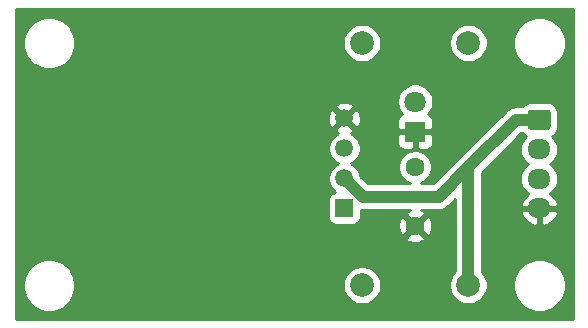
<source format=gbr>
G04 #@! TF.GenerationSoftware,KiCad,Pcbnew,5.1.6-c6e7f7d~87~ubuntu20.04.1*
G04 #@! TF.CreationDate,2020-08-21T14:16:14+01:00*
G04 #@! TF.ProjectId,hum_temp_sensor,68756d5f-7465-46d7-905f-73656e736f72,rev?*
G04 #@! TF.SameCoordinates,Original*
G04 #@! TF.FileFunction,Copper,L2,Bot*
G04 #@! TF.FilePolarity,Positive*
%FSLAX46Y46*%
G04 Gerber Fmt 4.6, Leading zero omitted, Abs format (unit mm)*
G04 Created by KiCad (PCBNEW 5.1.6-c6e7f7d~87~ubuntu20.04.1) date 2020-08-21 14:16:14*
%MOMM*%
%LPD*%
G01*
G04 APERTURE LIST*
G04 #@! TA.AperFunction,ComponentPad*
%ADD10C,1.500000*%
G04 #@! TD*
G04 #@! TA.AperFunction,ComponentPad*
%ADD11R,1.500000X1.500000*%
G04 #@! TD*
G04 #@! TA.AperFunction,ComponentPad*
%ADD12C,2.000000*%
G04 #@! TD*
G04 #@! TA.AperFunction,ComponentPad*
%ADD13O,1.950000X1.700000*%
G04 #@! TD*
G04 #@! TA.AperFunction,ComponentPad*
%ADD14C,1.800000*%
G04 #@! TD*
G04 #@! TA.AperFunction,ComponentPad*
%ADD15R,1.800000X1.800000*%
G04 #@! TD*
G04 #@! TA.AperFunction,ComponentPad*
%ADD16C,1.600000*%
G04 #@! TD*
G04 #@! TA.AperFunction,Conductor*
%ADD17C,1.000000*%
G04 #@! TD*
G04 #@! TA.AperFunction,Conductor*
%ADD18C,0.254000*%
G04 #@! TD*
G04 APERTURE END LIST*
D10*
X114000000Y-105380000D03*
X114000000Y-107920000D03*
X114000000Y-110460000D03*
D11*
X114000000Y-113000000D03*
D12*
X115500000Y-99000000D03*
X124500000Y-99000000D03*
X124500000Y-119500000D03*
X115500000Y-119500000D03*
D13*
X130500000Y-113000000D03*
X130500000Y-110500000D03*
X130500000Y-108000000D03*
G04 #@! TA.AperFunction,ComponentPad*
G36*
G01*
X129775000Y-104650000D02*
X131225000Y-104650000D01*
G75*
G02*
X131475000Y-104900000I0J-250000D01*
G01*
X131475000Y-106100000D01*
G75*
G02*
X131225000Y-106350000I-250000J0D01*
G01*
X129775000Y-106350000D01*
G75*
G02*
X129525000Y-106100000I0J250000D01*
G01*
X129525000Y-104900000D01*
G75*
G02*
X129775000Y-104650000I250000J0D01*
G01*
G37*
G04 #@! TD.AperFunction*
D14*
X120000000Y-103960000D03*
D15*
X120000000Y-106500000D03*
D16*
X120000000Y-114500000D03*
X120000000Y-109500000D03*
D17*
X130500000Y-105500000D02*
X128500000Y-105500000D01*
X124500000Y-109500000D02*
X124500000Y-119500000D01*
X128500000Y-105500000D02*
X124500000Y-109500000D01*
X114000000Y-110460000D02*
X115540000Y-112000000D01*
X122000000Y-112000000D02*
X124500000Y-109500000D01*
X115540000Y-112000000D02*
X122000000Y-112000000D01*
D18*
G36*
X133340001Y-122340000D02*
G01*
X86160000Y-122340000D01*
X86160000Y-119279872D01*
X86765000Y-119279872D01*
X86765000Y-119720128D01*
X86850890Y-120151925D01*
X87019369Y-120558669D01*
X87263962Y-120924729D01*
X87575271Y-121236038D01*
X87941331Y-121480631D01*
X88348075Y-121649110D01*
X88779872Y-121735000D01*
X89220128Y-121735000D01*
X89651925Y-121649110D01*
X90058669Y-121480631D01*
X90424729Y-121236038D01*
X90736038Y-120924729D01*
X90980631Y-120558669D01*
X91149110Y-120151925D01*
X91235000Y-119720128D01*
X91235000Y-119338967D01*
X113865000Y-119338967D01*
X113865000Y-119661033D01*
X113927832Y-119976912D01*
X114051082Y-120274463D01*
X114230013Y-120542252D01*
X114457748Y-120769987D01*
X114725537Y-120948918D01*
X115023088Y-121072168D01*
X115338967Y-121135000D01*
X115661033Y-121135000D01*
X115976912Y-121072168D01*
X116274463Y-120948918D01*
X116542252Y-120769987D01*
X116769987Y-120542252D01*
X116948918Y-120274463D01*
X117072168Y-119976912D01*
X117135000Y-119661033D01*
X117135000Y-119338967D01*
X117072168Y-119023088D01*
X116948918Y-118725537D01*
X116769987Y-118457748D01*
X116542252Y-118230013D01*
X116274463Y-118051082D01*
X115976912Y-117927832D01*
X115661033Y-117865000D01*
X115338967Y-117865000D01*
X115023088Y-117927832D01*
X114725537Y-118051082D01*
X114457748Y-118230013D01*
X114230013Y-118457748D01*
X114051082Y-118725537D01*
X113927832Y-119023088D01*
X113865000Y-119338967D01*
X91235000Y-119338967D01*
X91235000Y-119279872D01*
X91149110Y-118848075D01*
X90980631Y-118441331D01*
X90736038Y-118075271D01*
X90424729Y-117763962D01*
X90058669Y-117519369D01*
X89651925Y-117350890D01*
X89220128Y-117265000D01*
X88779872Y-117265000D01*
X88348075Y-117350890D01*
X87941331Y-117519369D01*
X87575271Y-117763962D01*
X87263962Y-118075271D01*
X87019369Y-118441331D01*
X86850890Y-118848075D01*
X86765000Y-119279872D01*
X86160000Y-119279872D01*
X86160000Y-115492702D01*
X119186903Y-115492702D01*
X119258486Y-115736671D01*
X119513996Y-115857571D01*
X119788184Y-115926300D01*
X120070512Y-115940217D01*
X120350130Y-115898787D01*
X120616292Y-115803603D01*
X120741514Y-115736671D01*
X120813097Y-115492702D01*
X120000000Y-114679605D01*
X119186903Y-115492702D01*
X86160000Y-115492702D01*
X86160000Y-114570512D01*
X118559783Y-114570512D01*
X118601213Y-114850130D01*
X118696397Y-115116292D01*
X118763329Y-115241514D01*
X119007298Y-115313097D01*
X119820395Y-114500000D01*
X120179605Y-114500000D01*
X120992702Y-115313097D01*
X121236671Y-115241514D01*
X121357571Y-114986004D01*
X121426300Y-114711816D01*
X121440217Y-114429488D01*
X121398787Y-114149870D01*
X121303603Y-113883708D01*
X121236671Y-113758486D01*
X120992702Y-113686903D01*
X120179605Y-114500000D01*
X119820395Y-114500000D01*
X119007298Y-113686903D01*
X118763329Y-113758486D01*
X118642429Y-114013996D01*
X118573700Y-114288184D01*
X118559783Y-114570512D01*
X86160000Y-114570512D01*
X86160000Y-112250000D01*
X112611928Y-112250000D01*
X112611928Y-113750000D01*
X112624188Y-113874482D01*
X112660498Y-113994180D01*
X112719463Y-114104494D01*
X112798815Y-114201185D01*
X112895506Y-114280537D01*
X113005820Y-114339502D01*
X113125518Y-114375812D01*
X113250000Y-114388072D01*
X114750000Y-114388072D01*
X114874482Y-114375812D01*
X114994180Y-114339502D01*
X115104494Y-114280537D01*
X115201185Y-114201185D01*
X115280537Y-114104494D01*
X115339502Y-113994180D01*
X115375812Y-113874482D01*
X115388072Y-113750000D01*
X115388072Y-113125528D01*
X115540000Y-113140491D01*
X115595752Y-113135000D01*
X119555392Y-113135000D01*
X119383708Y-113196397D01*
X119258486Y-113263329D01*
X119186903Y-113507298D01*
X120000000Y-114320395D01*
X120813097Y-113507298D01*
X120741514Y-113263329D01*
X120486004Y-113142429D01*
X120456367Y-113135000D01*
X121944249Y-113135000D01*
X122000000Y-113140491D01*
X122055751Y-113135000D01*
X122055752Y-113135000D01*
X122222499Y-113118577D01*
X122436447Y-113053676D01*
X122633623Y-112948284D01*
X122806449Y-112806449D01*
X122841996Y-112763135D01*
X123365000Y-112240131D01*
X123365001Y-118322760D01*
X123230013Y-118457748D01*
X123051082Y-118725537D01*
X122927832Y-119023088D01*
X122865000Y-119338967D01*
X122865000Y-119661033D01*
X122927832Y-119976912D01*
X123051082Y-120274463D01*
X123230013Y-120542252D01*
X123457748Y-120769987D01*
X123725537Y-120948918D01*
X124023088Y-121072168D01*
X124338967Y-121135000D01*
X124661033Y-121135000D01*
X124976912Y-121072168D01*
X125274463Y-120948918D01*
X125542252Y-120769987D01*
X125769987Y-120542252D01*
X125948918Y-120274463D01*
X126072168Y-119976912D01*
X126135000Y-119661033D01*
X126135000Y-119338967D01*
X126123246Y-119279872D01*
X128265000Y-119279872D01*
X128265000Y-119720128D01*
X128350890Y-120151925D01*
X128519369Y-120558669D01*
X128763962Y-120924729D01*
X129075271Y-121236038D01*
X129441331Y-121480631D01*
X129848075Y-121649110D01*
X130279872Y-121735000D01*
X130720128Y-121735000D01*
X131151925Y-121649110D01*
X131558669Y-121480631D01*
X131924729Y-121236038D01*
X132236038Y-120924729D01*
X132480631Y-120558669D01*
X132649110Y-120151925D01*
X132735000Y-119720128D01*
X132735000Y-119279872D01*
X132649110Y-118848075D01*
X132480631Y-118441331D01*
X132236038Y-118075271D01*
X131924729Y-117763962D01*
X131558669Y-117519369D01*
X131151925Y-117350890D01*
X130720128Y-117265000D01*
X130279872Y-117265000D01*
X129848075Y-117350890D01*
X129441331Y-117519369D01*
X129075271Y-117763962D01*
X128763962Y-118075271D01*
X128519369Y-118441331D01*
X128350890Y-118848075D01*
X128265000Y-119279872D01*
X126123246Y-119279872D01*
X126072168Y-119023088D01*
X125948918Y-118725537D01*
X125769987Y-118457748D01*
X125635000Y-118322761D01*
X125635000Y-113356890D01*
X128933524Y-113356890D01*
X129025648Y-113619858D01*
X129172504Y-113871193D01*
X129365571Y-114089049D01*
X129597430Y-114265053D01*
X129859170Y-114392442D01*
X130140733Y-114466320D01*
X130373000Y-114326165D01*
X130373000Y-113127000D01*
X130627000Y-113127000D01*
X130627000Y-114326165D01*
X130859267Y-114466320D01*
X131140830Y-114392442D01*
X131402570Y-114265053D01*
X131634429Y-114089049D01*
X131827496Y-113871193D01*
X131974352Y-113619858D01*
X132066476Y-113356890D01*
X131945155Y-113127000D01*
X130627000Y-113127000D01*
X130373000Y-113127000D01*
X129054845Y-113127000D01*
X128933524Y-113356890D01*
X125635000Y-113356890D01*
X125635000Y-109970131D01*
X128970132Y-106635000D01*
X129070747Y-106635000D01*
X129147038Y-106727962D01*
X129281614Y-106838405D01*
X129383337Y-106892777D01*
X129319866Y-106944866D01*
X129134294Y-107170986D01*
X128996401Y-107428966D01*
X128911487Y-107708889D01*
X128882815Y-108000000D01*
X128911487Y-108291111D01*
X128996401Y-108571034D01*
X129134294Y-108829014D01*
X129319866Y-109055134D01*
X129545986Y-109240706D01*
X129563374Y-109250000D01*
X129545986Y-109259294D01*
X129319866Y-109444866D01*
X129134294Y-109670986D01*
X128996401Y-109928966D01*
X128911487Y-110208889D01*
X128882815Y-110500000D01*
X128911487Y-110791111D01*
X128996401Y-111071034D01*
X129134294Y-111329014D01*
X129319866Y-111555134D01*
X129545986Y-111740706D01*
X129571722Y-111754462D01*
X129365571Y-111910951D01*
X129172504Y-112128807D01*
X129025648Y-112380142D01*
X128933524Y-112643110D01*
X129054845Y-112873000D01*
X130373000Y-112873000D01*
X130373000Y-112853000D01*
X130627000Y-112853000D01*
X130627000Y-112873000D01*
X131945155Y-112873000D01*
X132066476Y-112643110D01*
X131974352Y-112380142D01*
X131827496Y-112128807D01*
X131634429Y-111910951D01*
X131428278Y-111754462D01*
X131454014Y-111740706D01*
X131680134Y-111555134D01*
X131865706Y-111329014D01*
X132003599Y-111071034D01*
X132088513Y-110791111D01*
X132117185Y-110500000D01*
X132088513Y-110208889D01*
X132003599Y-109928966D01*
X131865706Y-109670986D01*
X131680134Y-109444866D01*
X131454014Y-109259294D01*
X131436626Y-109250000D01*
X131454014Y-109240706D01*
X131680134Y-109055134D01*
X131865706Y-108829014D01*
X132003599Y-108571034D01*
X132088513Y-108291111D01*
X132117185Y-108000000D01*
X132088513Y-107708889D01*
X132003599Y-107428966D01*
X131865706Y-107170986D01*
X131680134Y-106944866D01*
X131616663Y-106892777D01*
X131718386Y-106838405D01*
X131852962Y-106727962D01*
X131963405Y-106593386D01*
X132045472Y-106439850D01*
X132096008Y-106273254D01*
X132113072Y-106100000D01*
X132113072Y-104900000D01*
X132096008Y-104726746D01*
X132045472Y-104560150D01*
X131963405Y-104406614D01*
X131852962Y-104272038D01*
X131718386Y-104161595D01*
X131564850Y-104079528D01*
X131398254Y-104028992D01*
X131225000Y-104011928D01*
X129775000Y-104011928D01*
X129601746Y-104028992D01*
X129435150Y-104079528D01*
X129281614Y-104161595D01*
X129147038Y-104272038D01*
X129070747Y-104365000D01*
X128555741Y-104365000D01*
X128499999Y-104359510D01*
X128444257Y-104365000D01*
X128444248Y-104365000D01*
X128277501Y-104381423D01*
X128063553Y-104446324D01*
X127866377Y-104551716D01*
X127693551Y-104693551D01*
X127658009Y-104736859D01*
X123736865Y-108658004D01*
X123693551Y-108693551D01*
X123658011Y-108736857D01*
X121529869Y-110865000D01*
X120454432Y-110865000D01*
X120679727Y-110771680D01*
X120914759Y-110614637D01*
X121114637Y-110414759D01*
X121271680Y-110179727D01*
X121379853Y-109918574D01*
X121435000Y-109641335D01*
X121435000Y-109358665D01*
X121379853Y-109081426D01*
X121271680Y-108820273D01*
X121114637Y-108585241D01*
X120914759Y-108385363D01*
X120679727Y-108228320D01*
X120418574Y-108120147D01*
X120141335Y-108065000D01*
X119858665Y-108065000D01*
X119581426Y-108120147D01*
X119320273Y-108228320D01*
X119085241Y-108385363D01*
X118885363Y-108585241D01*
X118728320Y-108820273D01*
X118620147Y-109081426D01*
X118565000Y-109358665D01*
X118565000Y-109641335D01*
X118620147Y-109918574D01*
X118728320Y-110179727D01*
X118885363Y-110414759D01*
X119085241Y-110614637D01*
X119320273Y-110771680D01*
X119545568Y-110865000D01*
X116010132Y-110865000D01*
X115364212Y-110219080D01*
X115331775Y-110056011D01*
X115227371Y-109803957D01*
X115075799Y-109577114D01*
X114882886Y-109384201D01*
X114656043Y-109232629D01*
X114553127Y-109190000D01*
X114656043Y-109147371D01*
X114882886Y-108995799D01*
X115075799Y-108802886D01*
X115227371Y-108576043D01*
X115331775Y-108323989D01*
X115385000Y-108056411D01*
X115385000Y-107783589D01*
X115331775Y-107516011D01*
X115283722Y-107400000D01*
X118461928Y-107400000D01*
X118474188Y-107524482D01*
X118510498Y-107644180D01*
X118569463Y-107754494D01*
X118648815Y-107851185D01*
X118745506Y-107930537D01*
X118855820Y-107989502D01*
X118975518Y-108025812D01*
X119100000Y-108038072D01*
X119714250Y-108035000D01*
X119873000Y-107876250D01*
X119873000Y-106627000D01*
X120127000Y-106627000D01*
X120127000Y-107876250D01*
X120285750Y-108035000D01*
X120900000Y-108038072D01*
X121024482Y-108025812D01*
X121144180Y-107989502D01*
X121254494Y-107930537D01*
X121351185Y-107851185D01*
X121430537Y-107754494D01*
X121489502Y-107644180D01*
X121525812Y-107524482D01*
X121538072Y-107400000D01*
X121535000Y-106785750D01*
X121376250Y-106627000D01*
X120127000Y-106627000D01*
X119873000Y-106627000D01*
X118623750Y-106627000D01*
X118465000Y-106785750D01*
X118461928Y-107400000D01*
X115283722Y-107400000D01*
X115227371Y-107263957D01*
X115075799Y-107037114D01*
X114882886Y-106844201D01*
X114656043Y-106692629D01*
X114556721Y-106651489D01*
X114598832Y-106636277D01*
X114711863Y-106575860D01*
X114777388Y-106336993D01*
X114000000Y-105559605D01*
X113222612Y-106336993D01*
X113288137Y-106575860D01*
X113446477Y-106650164D01*
X113343957Y-106692629D01*
X113117114Y-106844201D01*
X112924201Y-107037114D01*
X112772629Y-107263957D01*
X112668225Y-107516011D01*
X112615000Y-107783589D01*
X112615000Y-108056411D01*
X112668225Y-108323989D01*
X112772629Y-108576043D01*
X112924201Y-108802886D01*
X113117114Y-108995799D01*
X113343957Y-109147371D01*
X113446873Y-109190000D01*
X113343957Y-109232629D01*
X113117114Y-109384201D01*
X112924201Y-109577114D01*
X112772629Y-109803957D01*
X112668225Y-110056011D01*
X112615000Y-110323589D01*
X112615000Y-110596411D01*
X112668225Y-110863989D01*
X112772629Y-111116043D01*
X112924201Y-111342886D01*
X113117114Y-111535799D01*
X113233483Y-111613555D01*
X113125518Y-111624188D01*
X113005820Y-111660498D01*
X112895506Y-111719463D01*
X112798815Y-111798815D01*
X112719463Y-111895506D01*
X112660498Y-112005820D01*
X112624188Y-112125518D01*
X112611928Y-112250000D01*
X86160000Y-112250000D01*
X86160000Y-105452492D01*
X112610188Y-105452492D01*
X112651035Y-105722238D01*
X112743723Y-105978832D01*
X112804140Y-106091863D01*
X113043007Y-106157388D01*
X113820395Y-105380000D01*
X114179605Y-105380000D01*
X114956993Y-106157388D01*
X115195860Y-106091863D01*
X115311760Y-105844884D01*
X115372314Y-105600000D01*
X118461928Y-105600000D01*
X118465000Y-106214250D01*
X118623750Y-106373000D01*
X119873000Y-106373000D01*
X119873000Y-106353000D01*
X120127000Y-106353000D01*
X120127000Y-106373000D01*
X121376250Y-106373000D01*
X121535000Y-106214250D01*
X121538072Y-105600000D01*
X121525812Y-105475518D01*
X121489502Y-105355820D01*
X121430537Y-105245506D01*
X121351185Y-105148815D01*
X121254494Y-105069463D01*
X121144180Y-105010498D01*
X121125873Y-105004944D01*
X121192312Y-104938505D01*
X121360299Y-104687095D01*
X121476011Y-104407743D01*
X121535000Y-104111184D01*
X121535000Y-103808816D01*
X121476011Y-103512257D01*
X121360299Y-103232905D01*
X121192312Y-102981495D01*
X120978505Y-102767688D01*
X120727095Y-102599701D01*
X120447743Y-102483989D01*
X120151184Y-102425000D01*
X119848816Y-102425000D01*
X119552257Y-102483989D01*
X119272905Y-102599701D01*
X119021495Y-102767688D01*
X118807688Y-102981495D01*
X118639701Y-103232905D01*
X118523989Y-103512257D01*
X118465000Y-103808816D01*
X118465000Y-104111184D01*
X118523989Y-104407743D01*
X118639701Y-104687095D01*
X118807688Y-104938505D01*
X118874127Y-105004944D01*
X118855820Y-105010498D01*
X118745506Y-105069463D01*
X118648815Y-105148815D01*
X118569463Y-105245506D01*
X118510498Y-105355820D01*
X118474188Y-105475518D01*
X118461928Y-105600000D01*
X115372314Y-105600000D01*
X115377250Y-105580040D01*
X115389812Y-105307508D01*
X115348965Y-105037762D01*
X115256277Y-104781168D01*
X115195860Y-104668137D01*
X114956993Y-104602612D01*
X114179605Y-105380000D01*
X113820395Y-105380000D01*
X113043007Y-104602612D01*
X112804140Y-104668137D01*
X112688240Y-104915116D01*
X112622750Y-105179960D01*
X112610188Y-105452492D01*
X86160000Y-105452492D01*
X86160000Y-104423007D01*
X113222612Y-104423007D01*
X114000000Y-105200395D01*
X114777388Y-104423007D01*
X114711863Y-104184140D01*
X114464884Y-104068240D01*
X114200040Y-104002750D01*
X113927508Y-103990188D01*
X113657762Y-104031035D01*
X113401168Y-104123723D01*
X113288137Y-104184140D01*
X113222612Y-104423007D01*
X86160000Y-104423007D01*
X86160000Y-98779872D01*
X86765000Y-98779872D01*
X86765000Y-99220128D01*
X86850890Y-99651925D01*
X87019369Y-100058669D01*
X87263962Y-100424729D01*
X87575271Y-100736038D01*
X87941331Y-100980631D01*
X88348075Y-101149110D01*
X88779872Y-101235000D01*
X89220128Y-101235000D01*
X89651925Y-101149110D01*
X90058669Y-100980631D01*
X90424729Y-100736038D01*
X90736038Y-100424729D01*
X90980631Y-100058669D01*
X91149110Y-99651925D01*
X91235000Y-99220128D01*
X91235000Y-98838967D01*
X113865000Y-98838967D01*
X113865000Y-99161033D01*
X113927832Y-99476912D01*
X114051082Y-99774463D01*
X114230013Y-100042252D01*
X114457748Y-100269987D01*
X114725537Y-100448918D01*
X115023088Y-100572168D01*
X115338967Y-100635000D01*
X115661033Y-100635000D01*
X115976912Y-100572168D01*
X116274463Y-100448918D01*
X116542252Y-100269987D01*
X116769987Y-100042252D01*
X116948918Y-99774463D01*
X117072168Y-99476912D01*
X117135000Y-99161033D01*
X117135000Y-98838967D01*
X122865000Y-98838967D01*
X122865000Y-99161033D01*
X122927832Y-99476912D01*
X123051082Y-99774463D01*
X123230013Y-100042252D01*
X123457748Y-100269987D01*
X123725537Y-100448918D01*
X124023088Y-100572168D01*
X124338967Y-100635000D01*
X124661033Y-100635000D01*
X124976912Y-100572168D01*
X125274463Y-100448918D01*
X125542252Y-100269987D01*
X125769987Y-100042252D01*
X125948918Y-99774463D01*
X126072168Y-99476912D01*
X126135000Y-99161033D01*
X126135000Y-98838967D01*
X126123246Y-98779872D01*
X128265000Y-98779872D01*
X128265000Y-99220128D01*
X128350890Y-99651925D01*
X128519369Y-100058669D01*
X128763962Y-100424729D01*
X129075271Y-100736038D01*
X129441331Y-100980631D01*
X129848075Y-101149110D01*
X130279872Y-101235000D01*
X130720128Y-101235000D01*
X131151925Y-101149110D01*
X131558669Y-100980631D01*
X131924729Y-100736038D01*
X132236038Y-100424729D01*
X132480631Y-100058669D01*
X132649110Y-99651925D01*
X132735000Y-99220128D01*
X132735000Y-98779872D01*
X132649110Y-98348075D01*
X132480631Y-97941331D01*
X132236038Y-97575271D01*
X131924729Y-97263962D01*
X131558669Y-97019369D01*
X131151925Y-96850890D01*
X130720128Y-96765000D01*
X130279872Y-96765000D01*
X129848075Y-96850890D01*
X129441331Y-97019369D01*
X129075271Y-97263962D01*
X128763962Y-97575271D01*
X128519369Y-97941331D01*
X128350890Y-98348075D01*
X128265000Y-98779872D01*
X126123246Y-98779872D01*
X126072168Y-98523088D01*
X125948918Y-98225537D01*
X125769987Y-97957748D01*
X125542252Y-97730013D01*
X125274463Y-97551082D01*
X124976912Y-97427832D01*
X124661033Y-97365000D01*
X124338967Y-97365000D01*
X124023088Y-97427832D01*
X123725537Y-97551082D01*
X123457748Y-97730013D01*
X123230013Y-97957748D01*
X123051082Y-98225537D01*
X122927832Y-98523088D01*
X122865000Y-98838967D01*
X117135000Y-98838967D01*
X117072168Y-98523088D01*
X116948918Y-98225537D01*
X116769987Y-97957748D01*
X116542252Y-97730013D01*
X116274463Y-97551082D01*
X115976912Y-97427832D01*
X115661033Y-97365000D01*
X115338967Y-97365000D01*
X115023088Y-97427832D01*
X114725537Y-97551082D01*
X114457748Y-97730013D01*
X114230013Y-97957748D01*
X114051082Y-98225537D01*
X113927832Y-98523088D01*
X113865000Y-98838967D01*
X91235000Y-98838967D01*
X91235000Y-98779872D01*
X91149110Y-98348075D01*
X90980631Y-97941331D01*
X90736038Y-97575271D01*
X90424729Y-97263962D01*
X90058669Y-97019369D01*
X89651925Y-96850890D01*
X89220128Y-96765000D01*
X88779872Y-96765000D01*
X88348075Y-96850890D01*
X87941331Y-97019369D01*
X87575271Y-97263962D01*
X87263962Y-97575271D01*
X87019369Y-97941331D01*
X86850890Y-98348075D01*
X86765000Y-98779872D01*
X86160000Y-98779872D01*
X86160000Y-96160000D01*
X133340000Y-96160000D01*
X133340001Y-122340000D01*
G37*
X133340001Y-122340000D02*
X86160000Y-122340000D01*
X86160000Y-119279872D01*
X86765000Y-119279872D01*
X86765000Y-119720128D01*
X86850890Y-120151925D01*
X87019369Y-120558669D01*
X87263962Y-120924729D01*
X87575271Y-121236038D01*
X87941331Y-121480631D01*
X88348075Y-121649110D01*
X88779872Y-121735000D01*
X89220128Y-121735000D01*
X89651925Y-121649110D01*
X90058669Y-121480631D01*
X90424729Y-121236038D01*
X90736038Y-120924729D01*
X90980631Y-120558669D01*
X91149110Y-120151925D01*
X91235000Y-119720128D01*
X91235000Y-119338967D01*
X113865000Y-119338967D01*
X113865000Y-119661033D01*
X113927832Y-119976912D01*
X114051082Y-120274463D01*
X114230013Y-120542252D01*
X114457748Y-120769987D01*
X114725537Y-120948918D01*
X115023088Y-121072168D01*
X115338967Y-121135000D01*
X115661033Y-121135000D01*
X115976912Y-121072168D01*
X116274463Y-120948918D01*
X116542252Y-120769987D01*
X116769987Y-120542252D01*
X116948918Y-120274463D01*
X117072168Y-119976912D01*
X117135000Y-119661033D01*
X117135000Y-119338967D01*
X117072168Y-119023088D01*
X116948918Y-118725537D01*
X116769987Y-118457748D01*
X116542252Y-118230013D01*
X116274463Y-118051082D01*
X115976912Y-117927832D01*
X115661033Y-117865000D01*
X115338967Y-117865000D01*
X115023088Y-117927832D01*
X114725537Y-118051082D01*
X114457748Y-118230013D01*
X114230013Y-118457748D01*
X114051082Y-118725537D01*
X113927832Y-119023088D01*
X113865000Y-119338967D01*
X91235000Y-119338967D01*
X91235000Y-119279872D01*
X91149110Y-118848075D01*
X90980631Y-118441331D01*
X90736038Y-118075271D01*
X90424729Y-117763962D01*
X90058669Y-117519369D01*
X89651925Y-117350890D01*
X89220128Y-117265000D01*
X88779872Y-117265000D01*
X88348075Y-117350890D01*
X87941331Y-117519369D01*
X87575271Y-117763962D01*
X87263962Y-118075271D01*
X87019369Y-118441331D01*
X86850890Y-118848075D01*
X86765000Y-119279872D01*
X86160000Y-119279872D01*
X86160000Y-115492702D01*
X119186903Y-115492702D01*
X119258486Y-115736671D01*
X119513996Y-115857571D01*
X119788184Y-115926300D01*
X120070512Y-115940217D01*
X120350130Y-115898787D01*
X120616292Y-115803603D01*
X120741514Y-115736671D01*
X120813097Y-115492702D01*
X120000000Y-114679605D01*
X119186903Y-115492702D01*
X86160000Y-115492702D01*
X86160000Y-114570512D01*
X118559783Y-114570512D01*
X118601213Y-114850130D01*
X118696397Y-115116292D01*
X118763329Y-115241514D01*
X119007298Y-115313097D01*
X119820395Y-114500000D01*
X120179605Y-114500000D01*
X120992702Y-115313097D01*
X121236671Y-115241514D01*
X121357571Y-114986004D01*
X121426300Y-114711816D01*
X121440217Y-114429488D01*
X121398787Y-114149870D01*
X121303603Y-113883708D01*
X121236671Y-113758486D01*
X120992702Y-113686903D01*
X120179605Y-114500000D01*
X119820395Y-114500000D01*
X119007298Y-113686903D01*
X118763329Y-113758486D01*
X118642429Y-114013996D01*
X118573700Y-114288184D01*
X118559783Y-114570512D01*
X86160000Y-114570512D01*
X86160000Y-112250000D01*
X112611928Y-112250000D01*
X112611928Y-113750000D01*
X112624188Y-113874482D01*
X112660498Y-113994180D01*
X112719463Y-114104494D01*
X112798815Y-114201185D01*
X112895506Y-114280537D01*
X113005820Y-114339502D01*
X113125518Y-114375812D01*
X113250000Y-114388072D01*
X114750000Y-114388072D01*
X114874482Y-114375812D01*
X114994180Y-114339502D01*
X115104494Y-114280537D01*
X115201185Y-114201185D01*
X115280537Y-114104494D01*
X115339502Y-113994180D01*
X115375812Y-113874482D01*
X115388072Y-113750000D01*
X115388072Y-113125528D01*
X115540000Y-113140491D01*
X115595752Y-113135000D01*
X119555392Y-113135000D01*
X119383708Y-113196397D01*
X119258486Y-113263329D01*
X119186903Y-113507298D01*
X120000000Y-114320395D01*
X120813097Y-113507298D01*
X120741514Y-113263329D01*
X120486004Y-113142429D01*
X120456367Y-113135000D01*
X121944249Y-113135000D01*
X122000000Y-113140491D01*
X122055751Y-113135000D01*
X122055752Y-113135000D01*
X122222499Y-113118577D01*
X122436447Y-113053676D01*
X122633623Y-112948284D01*
X122806449Y-112806449D01*
X122841996Y-112763135D01*
X123365000Y-112240131D01*
X123365001Y-118322760D01*
X123230013Y-118457748D01*
X123051082Y-118725537D01*
X122927832Y-119023088D01*
X122865000Y-119338967D01*
X122865000Y-119661033D01*
X122927832Y-119976912D01*
X123051082Y-120274463D01*
X123230013Y-120542252D01*
X123457748Y-120769987D01*
X123725537Y-120948918D01*
X124023088Y-121072168D01*
X124338967Y-121135000D01*
X124661033Y-121135000D01*
X124976912Y-121072168D01*
X125274463Y-120948918D01*
X125542252Y-120769987D01*
X125769987Y-120542252D01*
X125948918Y-120274463D01*
X126072168Y-119976912D01*
X126135000Y-119661033D01*
X126135000Y-119338967D01*
X126123246Y-119279872D01*
X128265000Y-119279872D01*
X128265000Y-119720128D01*
X128350890Y-120151925D01*
X128519369Y-120558669D01*
X128763962Y-120924729D01*
X129075271Y-121236038D01*
X129441331Y-121480631D01*
X129848075Y-121649110D01*
X130279872Y-121735000D01*
X130720128Y-121735000D01*
X131151925Y-121649110D01*
X131558669Y-121480631D01*
X131924729Y-121236038D01*
X132236038Y-120924729D01*
X132480631Y-120558669D01*
X132649110Y-120151925D01*
X132735000Y-119720128D01*
X132735000Y-119279872D01*
X132649110Y-118848075D01*
X132480631Y-118441331D01*
X132236038Y-118075271D01*
X131924729Y-117763962D01*
X131558669Y-117519369D01*
X131151925Y-117350890D01*
X130720128Y-117265000D01*
X130279872Y-117265000D01*
X129848075Y-117350890D01*
X129441331Y-117519369D01*
X129075271Y-117763962D01*
X128763962Y-118075271D01*
X128519369Y-118441331D01*
X128350890Y-118848075D01*
X128265000Y-119279872D01*
X126123246Y-119279872D01*
X126072168Y-119023088D01*
X125948918Y-118725537D01*
X125769987Y-118457748D01*
X125635000Y-118322761D01*
X125635000Y-113356890D01*
X128933524Y-113356890D01*
X129025648Y-113619858D01*
X129172504Y-113871193D01*
X129365571Y-114089049D01*
X129597430Y-114265053D01*
X129859170Y-114392442D01*
X130140733Y-114466320D01*
X130373000Y-114326165D01*
X130373000Y-113127000D01*
X130627000Y-113127000D01*
X130627000Y-114326165D01*
X130859267Y-114466320D01*
X131140830Y-114392442D01*
X131402570Y-114265053D01*
X131634429Y-114089049D01*
X131827496Y-113871193D01*
X131974352Y-113619858D01*
X132066476Y-113356890D01*
X131945155Y-113127000D01*
X130627000Y-113127000D01*
X130373000Y-113127000D01*
X129054845Y-113127000D01*
X128933524Y-113356890D01*
X125635000Y-113356890D01*
X125635000Y-109970131D01*
X128970132Y-106635000D01*
X129070747Y-106635000D01*
X129147038Y-106727962D01*
X129281614Y-106838405D01*
X129383337Y-106892777D01*
X129319866Y-106944866D01*
X129134294Y-107170986D01*
X128996401Y-107428966D01*
X128911487Y-107708889D01*
X128882815Y-108000000D01*
X128911487Y-108291111D01*
X128996401Y-108571034D01*
X129134294Y-108829014D01*
X129319866Y-109055134D01*
X129545986Y-109240706D01*
X129563374Y-109250000D01*
X129545986Y-109259294D01*
X129319866Y-109444866D01*
X129134294Y-109670986D01*
X128996401Y-109928966D01*
X128911487Y-110208889D01*
X128882815Y-110500000D01*
X128911487Y-110791111D01*
X128996401Y-111071034D01*
X129134294Y-111329014D01*
X129319866Y-111555134D01*
X129545986Y-111740706D01*
X129571722Y-111754462D01*
X129365571Y-111910951D01*
X129172504Y-112128807D01*
X129025648Y-112380142D01*
X128933524Y-112643110D01*
X129054845Y-112873000D01*
X130373000Y-112873000D01*
X130373000Y-112853000D01*
X130627000Y-112853000D01*
X130627000Y-112873000D01*
X131945155Y-112873000D01*
X132066476Y-112643110D01*
X131974352Y-112380142D01*
X131827496Y-112128807D01*
X131634429Y-111910951D01*
X131428278Y-111754462D01*
X131454014Y-111740706D01*
X131680134Y-111555134D01*
X131865706Y-111329014D01*
X132003599Y-111071034D01*
X132088513Y-110791111D01*
X132117185Y-110500000D01*
X132088513Y-110208889D01*
X132003599Y-109928966D01*
X131865706Y-109670986D01*
X131680134Y-109444866D01*
X131454014Y-109259294D01*
X131436626Y-109250000D01*
X131454014Y-109240706D01*
X131680134Y-109055134D01*
X131865706Y-108829014D01*
X132003599Y-108571034D01*
X132088513Y-108291111D01*
X132117185Y-108000000D01*
X132088513Y-107708889D01*
X132003599Y-107428966D01*
X131865706Y-107170986D01*
X131680134Y-106944866D01*
X131616663Y-106892777D01*
X131718386Y-106838405D01*
X131852962Y-106727962D01*
X131963405Y-106593386D01*
X132045472Y-106439850D01*
X132096008Y-106273254D01*
X132113072Y-106100000D01*
X132113072Y-104900000D01*
X132096008Y-104726746D01*
X132045472Y-104560150D01*
X131963405Y-104406614D01*
X131852962Y-104272038D01*
X131718386Y-104161595D01*
X131564850Y-104079528D01*
X131398254Y-104028992D01*
X131225000Y-104011928D01*
X129775000Y-104011928D01*
X129601746Y-104028992D01*
X129435150Y-104079528D01*
X129281614Y-104161595D01*
X129147038Y-104272038D01*
X129070747Y-104365000D01*
X128555741Y-104365000D01*
X128499999Y-104359510D01*
X128444257Y-104365000D01*
X128444248Y-104365000D01*
X128277501Y-104381423D01*
X128063553Y-104446324D01*
X127866377Y-104551716D01*
X127693551Y-104693551D01*
X127658009Y-104736859D01*
X123736865Y-108658004D01*
X123693551Y-108693551D01*
X123658011Y-108736857D01*
X121529869Y-110865000D01*
X120454432Y-110865000D01*
X120679727Y-110771680D01*
X120914759Y-110614637D01*
X121114637Y-110414759D01*
X121271680Y-110179727D01*
X121379853Y-109918574D01*
X121435000Y-109641335D01*
X121435000Y-109358665D01*
X121379853Y-109081426D01*
X121271680Y-108820273D01*
X121114637Y-108585241D01*
X120914759Y-108385363D01*
X120679727Y-108228320D01*
X120418574Y-108120147D01*
X120141335Y-108065000D01*
X119858665Y-108065000D01*
X119581426Y-108120147D01*
X119320273Y-108228320D01*
X119085241Y-108385363D01*
X118885363Y-108585241D01*
X118728320Y-108820273D01*
X118620147Y-109081426D01*
X118565000Y-109358665D01*
X118565000Y-109641335D01*
X118620147Y-109918574D01*
X118728320Y-110179727D01*
X118885363Y-110414759D01*
X119085241Y-110614637D01*
X119320273Y-110771680D01*
X119545568Y-110865000D01*
X116010132Y-110865000D01*
X115364212Y-110219080D01*
X115331775Y-110056011D01*
X115227371Y-109803957D01*
X115075799Y-109577114D01*
X114882886Y-109384201D01*
X114656043Y-109232629D01*
X114553127Y-109190000D01*
X114656043Y-109147371D01*
X114882886Y-108995799D01*
X115075799Y-108802886D01*
X115227371Y-108576043D01*
X115331775Y-108323989D01*
X115385000Y-108056411D01*
X115385000Y-107783589D01*
X115331775Y-107516011D01*
X115283722Y-107400000D01*
X118461928Y-107400000D01*
X118474188Y-107524482D01*
X118510498Y-107644180D01*
X118569463Y-107754494D01*
X118648815Y-107851185D01*
X118745506Y-107930537D01*
X118855820Y-107989502D01*
X118975518Y-108025812D01*
X119100000Y-108038072D01*
X119714250Y-108035000D01*
X119873000Y-107876250D01*
X119873000Y-106627000D01*
X120127000Y-106627000D01*
X120127000Y-107876250D01*
X120285750Y-108035000D01*
X120900000Y-108038072D01*
X121024482Y-108025812D01*
X121144180Y-107989502D01*
X121254494Y-107930537D01*
X121351185Y-107851185D01*
X121430537Y-107754494D01*
X121489502Y-107644180D01*
X121525812Y-107524482D01*
X121538072Y-107400000D01*
X121535000Y-106785750D01*
X121376250Y-106627000D01*
X120127000Y-106627000D01*
X119873000Y-106627000D01*
X118623750Y-106627000D01*
X118465000Y-106785750D01*
X118461928Y-107400000D01*
X115283722Y-107400000D01*
X115227371Y-107263957D01*
X115075799Y-107037114D01*
X114882886Y-106844201D01*
X114656043Y-106692629D01*
X114556721Y-106651489D01*
X114598832Y-106636277D01*
X114711863Y-106575860D01*
X114777388Y-106336993D01*
X114000000Y-105559605D01*
X113222612Y-106336993D01*
X113288137Y-106575860D01*
X113446477Y-106650164D01*
X113343957Y-106692629D01*
X113117114Y-106844201D01*
X112924201Y-107037114D01*
X112772629Y-107263957D01*
X112668225Y-107516011D01*
X112615000Y-107783589D01*
X112615000Y-108056411D01*
X112668225Y-108323989D01*
X112772629Y-108576043D01*
X112924201Y-108802886D01*
X113117114Y-108995799D01*
X113343957Y-109147371D01*
X113446873Y-109190000D01*
X113343957Y-109232629D01*
X113117114Y-109384201D01*
X112924201Y-109577114D01*
X112772629Y-109803957D01*
X112668225Y-110056011D01*
X112615000Y-110323589D01*
X112615000Y-110596411D01*
X112668225Y-110863989D01*
X112772629Y-111116043D01*
X112924201Y-111342886D01*
X113117114Y-111535799D01*
X113233483Y-111613555D01*
X113125518Y-111624188D01*
X113005820Y-111660498D01*
X112895506Y-111719463D01*
X112798815Y-111798815D01*
X112719463Y-111895506D01*
X112660498Y-112005820D01*
X112624188Y-112125518D01*
X112611928Y-112250000D01*
X86160000Y-112250000D01*
X86160000Y-105452492D01*
X112610188Y-105452492D01*
X112651035Y-105722238D01*
X112743723Y-105978832D01*
X112804140Y-106091863D01*
X113043007Y-106157388D01*
X113820395Y-105380000D01*
X114179605Y-105380000D01*
X114956993Y-106157388D01*
X115195860Y-106091863D01*
X115311760Y-105844884D01*
X115372314Y-105600000D01*
X118461928Y-105600000D01*
X118465000Y-106214250D01*
X118623750Y-106373000D01*
X119873000Y-106373000D01*
X119873000Y-106353000D01*
X120127000Y-106353000D01*
X120127000Y-106373000D01*
X121376250Y-106373000D01*
X121535000Y-106214250D01*
X121538072Y-105600000D01*
X121525812Y-105475518D01*
X121489502Y-105355820D01*
X121430537Y-105245506D01*
X121351185Y-105148815D01*
X121254494Y-105069463D01*
X121144180Y-105010498D01*
X121125873Y-105004944D01*
X121192312Y-104938505D01*
X121360299Y-104687095D01*
X121476011Y-104407743D01*
X121535000Y-104111184D01*
X121535000Y-103808816D01*
X121476011Y-103512257D01*
X121360299Y-103232905D01*
X121192312Y-102981495D01*
X120978505Y-102767688D01*
X120727095Y-102599701D01*
X120447743Y-102483989D01*
X120151184Y-102425000D01*
X119848816Y-102425000D01*
X119552257Y-102483989D01*
X119272905Y-102599701D01*
X119021495Y-102767688D01*
X118807688Y-102981495D01*
X118639701Y-103232905D01*
X118523989Y-103512257D01*
X118465000Y-103808816D01*
X118465000Y-104111184D01*
X118523989Y-104407743D01*
X118639701Y-104687095D01*
X118807688Y-104938505D01*
X118874127Y-105004944D01*
X118855820Y-105010498D01*
X118745506Y-105069463D01*
X118648815Y-105148815D01*
X118569463Y-105245506D01*
X118510498Y-105355820D01*
X118474188Y-105475518D01*
X118461928Y-105600000D01*
X115372314Y-105600000D01*
X115377250Y-105580040D01*
X115389812Y-105307508D01*
X115348965Y-105037762D01*
X115256277Y-104781168D01*
X115195860Y-104668137D01*
X114956993Y-104602612D01*
X114179605Y-105380000D01*
X113820395Y-105380000D01*
X113043007Y-104602612D01*
X112804140Y-104668137D01*
X112688240Y-104915116D01*
X112622750Y-105179960D01*
X112610188Y-105452492D01*
X86160000Y-105452492D01*
X86160000Y-104423007D01*
X113222612Y-104423007D01*
X114000000Y-105200395D01*
X114777388Y-104423007D01*
X114711863Y-104184140D01*
X114464884Y-104068240D01*
X114200040Y-104002750D01*
X113927508Y-103990188D01*
X113657762Y-104031035D01*
X113401168Y-104123723D01*
X113288137Y-104184140D01*
X113222612Y-104423007D01*
X86160000Y-104423007D01*
X86160000Y-98779872D01*
X86765000Y-98779872D01*
X86765000Y-99220128D01*
X86850890Y-99651925D01*
X87019369Y-100058669D01*
X87263962Y-100424729D01*
X87575271Y-100736038D01*
X87941331Y-100980631D01*
X88348075Y-101149110D01*
X88779872Y-101235000D01*
X89220128Y-101235000D01*
X89651925Y-101149110D01*
X90058669Y-100980631D01*
X90424729Y-100736038D01*
X90736038Y-100424729D01*
X90980631Y-100058669D01*
X91149110Y-99651925D01*
X91235000Y-99220128D01*
X91235000Y-98838967D01*
X113865000Y-98838967D01*
X113865000Y-99161033D01*
X113927832Y-99476912D01*
X114051082Y-99774463D01*
X114230013Y-100042252D01*
X114457748Y-100269987D01*
X114725537Y-100448918D01*
X115023088Y-100572168D01*
X115338967Y-100635000D01*
X115661033Y-100635000D01*
X115976912Y-100572168D01*
X116274463Y-100448918D01*
X116542252Y-100269987D01*
X116769987Y-100042252D01*
X116948918Y-99774463D01*
X117072168Y-99476912D01*
X117135000Y-99161033D01*
X117135000Y-98838967D01*
X122865000Y-98838967D01*
X122865000Y-99161033D01*
X122927832Y-99476912D01*
X123051082Y-99774463D01*
X123230013Y-100042252D01*
X123457748Y-100269987D01*
X123725537Y-100448918D01*
X124023088Y-100572168D01*
X124338967Y-100635000D01*
X124661033Y-100635000D01*
X124976912Y-100572168D01*
X125274463Y-100448918D01*
X125542252Y-100269987D01*
X125769987Y-100042252D01*
X125948918Y-99774463D01*
X126072168Y-99476912D01*
X126135000Y-99161033D01*
X126135000Y-98838967D01*
X126123246Y-98779872D01*
X128265000Y-98779872D01*
X128265000Y-99220128D01*
X128350890Y-99651925D01*
X128519369Y-100058669D01*
X128763962Y-100424729D01*
X129075271Y-100736038D01*
X129441331Y-100980631D01*
X129848075Y-101149110D01*
X130279872Y-101235000D01*
X130720128Y-101235000D01*
X131151925Y-101149110D01*
X131558669Y-100980631D01*
X131924729Y-100736038D01*
X132236038Y-100424729D01*
X132480631Y-100058669D01*
X132649110Y-99651925D01*
X132735000Y-99220128D01*
X132735000Y-98779872D01*
X132649110Y-98348075D01*
X132480631Y-97941331D01*
X132236038Y-97575271D01*
X131924729Y-97263962D01*
X131558669Y-97019369D01*
X131151925Y-96850890D01*
X130720128Y-96765000D01*
X130279872Y-96765000D01*
X129848075Y-96850890D01*
X129441331Y-97019369D01*
X129075271Y-97263962D01*
X128763962Y-97575271D01*
X128519369Y-97941331D01*
X128350890Y-98348075D01*
X128265000Y-98779872D01*
X126123246Y-98779872D01*
X126072168Y-98523088D01*
X125948918Y-98225537D01*
X125769987Y-97957748D01*
X125542252Y-97730013D01*
X125274463Y-97551082D01*
X124976912Y-97427832D01*
X124661033Y-97365000D01*
X124338967Y-97365000D01*
X124023088Y-97427832D01*
X123725537Y-97551082D01*
X123457748Y-97730013D01*
X123230013Y-97957748D01*
X123051082Y-98225537D01*
X122927832Y-98523088D01*
X122865000Y-98838967D01*
X117135000Y-98838967D01*
X117072168Y-98523088D01*
X116948918Y-98225537D01*
X116769987Y-97957748D01*
X116542252Y-97730013D01*
X116274463Y-97551082D01*
X115976912Y-97427832D01*
X115661033Y-97365000D01*
X115338967Y-97365000D01*
X115023088Y-97427832D01*
X114725537Y-97551082D01*
X114457748Y-97730013D01*
X114230013Y-97957748D01*
X114051082Y-98225537D01*
X113927832Y-98523088D01*
X113865000Y-98838967D01*
X91235000Y-98838967D01*
X91235000Y-98779872D01*
X91149110Y-98348075D01*
X90980631Y-97941331D01*
X90736038Y-97575271D01*
X90424729Y-97263962D01*
X90058669Y-97019369D01*
X89651925Y-96850890D01*
X89220128Y-96765000D01*
X88779872Y-96765000D01*
X88348075Y-96850890D01*
X87941331Y-97019369D01*
X87575271Y-97263962D01*
X87263962Y-97575271D01*
X87019369Y-97941331D01*
X86850890Y-98348075D01*
X86765000Y-98779872D01*
X86160000Y-98779872D01*
X86160000Y-96160000D01*
X133340000Y-96160000D01*
X133340001Y-122340000D01*
M02*

</source>
